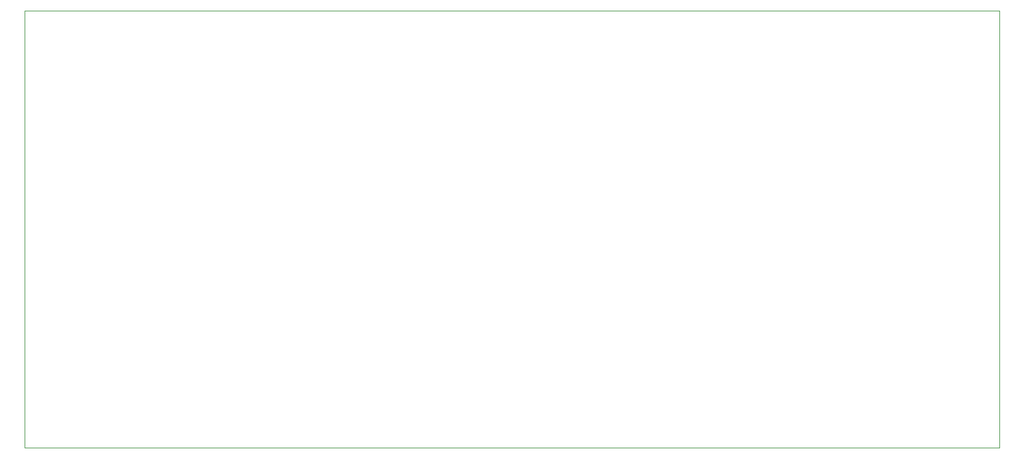
<source format=gbr>
%TF.GenerationSoftware,KiCad,Pcbnew,8.0.5*%
%TF.CreationDate,2025-01-29T19:48:31-05:00*%
%TF.ProjectId,Power_Supplies_DSP,506f7765-725f-4537-9570-706c6965735f,rev?*%
%TF.SameCoordinates,Original*%
%TF.FileFunction,Profile,NP*%
%FSLAX46Y46*%
G04 Gerber Fmt 4.6, Leading zero omitted, Abs format (unit mm)*
G04 Created by KiCad (PCBNEW 8.0.5) date 2025-01-29 19:48:31*
%MOMM*%
%LPD*%
G01*
G04 APERTURE LIST*
%TA.AperFunction,Profile*%
%ADD10C,0.050000*%
%TD*%
G04 APERTURE END LIST*
D10*
X142475000Y-115900000D02*
X273300000Y-115900000D01*
X273300000Y-174675000D01*
X142475000Y-174675000D01*
X142475000Y-115900000D01*
M02*

</source>
